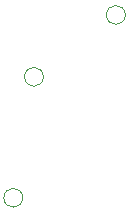
<source format=gbr>
G04 #@! TF.GenerationSoftware,KiCad,Pcbnew,8.0.9-8.0.9-0~ubuntu24.04.1*
G04 #@! TF.CreationDate,2025-04-11T12:42:37+02:00*
G04 #@! TF.ProjectId,Sensor_Nodes,53656e73-6f72-45f4-9e6f-6465732e6b69,rev?*
G04 #@! TF.SameCoordinates,Original*
G04 #@! TF.FileFunction,Legend,Bot*
G04 #@! TF.FilePolarity,Positive*
%FSLAX46Y46*%
G04 Gerber Fmt 4.6, Leading zero omitted, Abs format (unit mm)*
G04 Created by KiCad (PCBNEW 8.0.9-8.0.9-0~ubuntu24.04.1) date 2025-04-11 12:42:37*
%MOMM*%
%LPD*%
G01*
G04 APERTURE LIST*
%ADD10C,0.120000*%
G04 APERTURE END LIST*
D10*
X114920000Y-106731000D02*
G75*
G02*
X113320000Y-106731000I-800000J0D01*
G01*
X113320000Y-106731000D02*
G75*
G02*
X114920000Y-106731000I800000J0D01*
G01*
X107985000Y-111971000D02*
G75*
G02*
X106385000Y-111971000I-800000J0D01*
G01*
X106385000Y-111971000D02*
G75*
G02*
X107985000Y-111971000I800000J0D01*
G01*
X106230000Y-122211000D02*
G75*
G02*
X104630000Y-122211000I-800000J0D01*
G01*
X104630000Y-122211000D02*
G75*
G02*
X106230000Y-122211000I800000J0D01*
G01*
M02*

</source>
